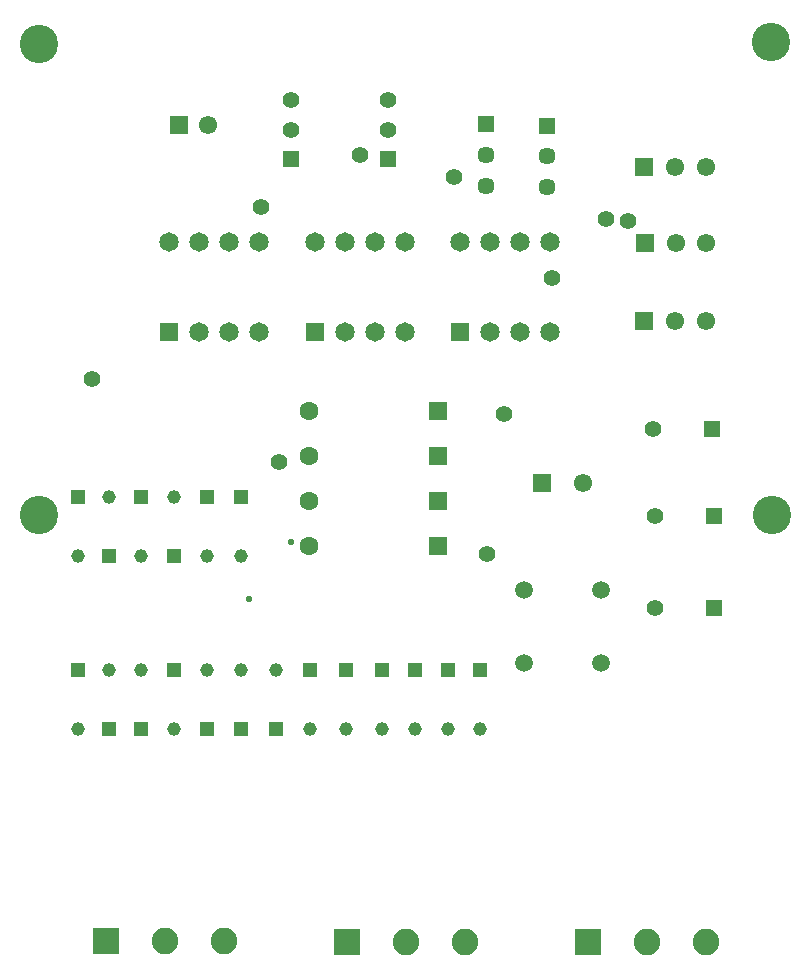
<source format=gbs>
G04*
G04 #@! TF.GenerationSoftware,Altium Limited,Altium Designer,22.1.2 (22)*
G04*
G04 Layer_Color=16711935*
%FSLAX25Y25*%
%MOIN*%
G70*
G04*
G04 #@! TF.SameCoordinates,46FB2184-AB63-4EF3-BAF8-E11F062B861E*
G04*
G04*
G04 #@! TF.FilePolarity,Negative*
G04*
G01*
G75*
%ADD15C,0.06496*%
%ADD16R,0.06496X0.06496*%
%ADD17R,0.04528X0.04528*%
%ADD18C,0.04528*%
%ADD19R,0.06102X0.06102*%
%ADD20C,0.06102*%
%ADD21C,0.05709*%
%ADD22R,0.05709X0.05709*%
%ADD23R,0.06102X0.06102*%
%ADD24C,0.06299*%
%ADD25R,0.06299X0.06299*%
%ADD26R,0.05512X0.05512*%
%ADD27C,0.05512*%
%ADD28R,0.08858X0.08858*%
%ADD29C,0.08858*%
%ADD30C,0.06102*%
%ADD31R,0.06102X0.06102*%
%ADD32C,0.05906*%
%ADD33C,0.05512*%
%ADD34R,0.05512X0.05512*%
%ADD35C,0.02091*%
%ADD36C,0.05591*%
%ADD37C,0.12795*%
D15*
X293000Y349000D02*
D03*
X283000D02*
D03*
X273000D02*
D03*
X263000D02*
D03*
X293000Y319000D02*
D03*
X283000D02*
D03*
X273000D02*
D03*
X224500D02*
D03*
X234500D02*
D03*
X244500D02*
D03*
X214500Y349000D02*
D03*
X224500D02*
D03*
X234500D02*
D03*
X244500D02*
D03*
X176000Y319000D02*
D03*
X186000D02*
D03*
X196000D02*
D03*
X166000Y349000D02*
D03*
X176000D02*
D03*
X186000D02*
D03*
X196000D02*
D03*
D16*
X263000Y319000D02*
D03*
X214500D02*
D03*
X166000D02*
D03*
D17*
X201500Y186500D02*
D03*
X156500Y186658D02*
D03*
X167500Y206343D02*
D03*
X178500Y186658D02*
D03*
X190000D02*
D03*
X213000Y206343D02*
D03*
X225000D02*
D03*
X237000D02*
D03*
X248000D02*
D03*
X259000D02*
D03*
X269500D02*
D03*
X190000Y263843D02*
D03*
X156500D02*
D03*
X146000Y244158D02*
D03*
X135500Y263843D02*
D03*
X167500Y244158D02*
D03*
X146000Y186658D02*
D03*
X135500Y206343D02*
D03*
X178500Y263843D02*
D03*
D18*
X201500Y206185D02*
D03*
X156500Y206343D02*
D03*
X167500Y186658D02*
D03*
X178500Y206343D02*
D03*
X190000D02*
D03*
X213000Y186658D02*
D03*
X225000D02*
D03*
X237000D02*
D03*
X248000D02*
D03*
X259000D02*
D03*
X269500D02*
D03*
X190000Y244158D02*
D03*
X156500D02*
D03*
X146000Y263843D02*
D03*
X135500Y244158D02*
D03*
X167500Y263843D02*
D03*
X146000Y206343D02*
D03*
X135500Y186658D02*
D03*
X178500Y244158D02*
D03*
D19*
X324264Y322500D02*
D03*
X324528Y348500D02*
D03*
X324264Y374000D02*
D03*
D20*
X344736Y322500D02*
D03*
X334500D02*
D03*
X303890Y268500D02*
D03*
X345000Y348500D02*
D03*
X334764D02*
D03*
X344736Y374000D02*
D03*
X334500D02*
D03*
D21*
X292004Y367264D02*
D03*
Y377500D02*
D03*
X271504Y367764D02*
D03*
Y378000D02*
D03*
D22*
X292004Y387736D02*
D03*
X271504Y388236D02*
D03*
D23*
X290110Y268500D02*
D03*
D24*
X212591Y292500D02*
D03*
Y277500D02*
D03*
Y262500D02*
D03*
Y247500D02*
D03*
D25*
X255410Y292500D02*
D03*
Y277500D02*
D03*
Y262500D02*
D03*
Y247500D02*
D03*
D26*
X347000Y286500D02*
D03*
X347500Y257500D02*
D03*
X347685Y227000D02*
D03*
D27*
X327315Y286500D02*
D03*
X327815Y257500D02*
D03*
X328000Y227000D02*
D03*
D28*
X305500Y115500D02*
D03*
X225315D02*
D03*
X144815Y116000D02*
D03*
D29*
X325185Y115500D02*
D03*
X344870D02*
D03*
X245000D02*
D03*
X264685D02*
D03*
X164500Y116000D02*
D03*
X184185D02*
D03*
D30*
X179000Y388000D02*
D03*
D31*
X169158D02*
D03*
D32*
X284244Y208500D02*
D03*
X309756D02*
D03*
Y233000D02*
D03*
X284244D02*
D03*
D33*
X239000Y396185D02*
D03*
Y386343D02*
D03*
X206500Y396185D02*
D03*
Y386343D02*
D03*
D34*
X239000Y376500D02*
D03*
X206500D02*
D03*
D35*
X192500Y230000D02*
D03*
X206500Y249000D02*
D03*
D36*
X277518Y291482D02*
D03*
X140298Y303298D02*
D03*
X202500Y275500D02*
D03*
X272000Y245000D02*
D03*
X311500Y356500D02*
D03*
X319000Y356000D02*
D03*
X261000Y370500D02*
D03*
X229500Y378000D02*
D03*
X196500Y360500D02*
D03*
X293500Y337000D02*
D03*
D37*
X367000Y258000D02*
D03*
X122500D02*
D03*
X366500Y415500D02*
D03*
X122399Y415101D02*
D03*
M02*

</source>
